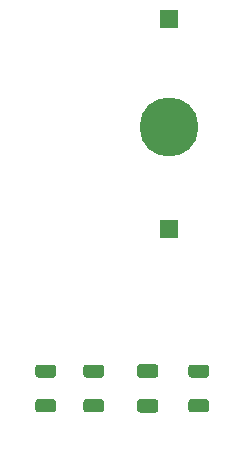
<source format=gbr>
%TF.GenerationSoftware,KiCad,Pcbnew,(5.1.10)-1*%
%TF.CreationDate,2021-10-20T12:04:40-04:00*%
%TF.ProjectId,mainboard,6d61696e-626f-4617-9264-2e6b69636164,rev?*%
%TF.SameCoordinates,Original*%
%TF.FileFunction,Paste,Bot*%
%TF.FilePolarity,Positive*%
%FSLAX46Y46*%
G04 Gerber Fmt 4.6, Leading zero omitted, Abs format (unit mm)*
G04 Created by KiCad (PCBNEW (5.1.10)-1) date 2021-10-20 12:04:40*
%MOMM*%
%LPD*%
G01*
G04 APERTURE LIST*
%ADD10R,1.524000X1.524000*%
%ADD11C,5.000000*%
G04 APERTURE END LIST*
D10*
%TO.C,U2*%
X121920000Y-72390000D03*
X121920000Y-54610000D03*
D11*
X121920000Y-63754000D03*
%TD*%
%TO.C,10K1*%
G36*
G01*
X125085003Y-87877000D02*
X123834997Y-87877000D01*
G75*
G02*
X123585000Y-87627003I0J249997D01*
G01*
X123585000Y-87001997D01*
G75*
G02*
X123834997Y-86752000I249997J0D01*
G01*
X125085003Y-86752000D01*
G75*
G02*
X125335000Y-87001997I0J-249997D01*
G01*
X125335000Y-87627003D01*
G75*
G02*
X125085003Y-87877000I-249997J0D01*
G01*
G37*
G36*
G01*
X125085003Y-84952000D02*
X123834997Y-84952000D01*
G75*
G02*
X123585000Y-84702003I0J249997D01*
G01*
X123585000Y-84076997D01*
G75*
G02*
X123834997Y-83827000I249997J0D01*
G01*
X125085003Y-83827000D01*
G75*
G02*
X125335000Y-84076997I0J-249997D01*
G01*
X125335000Y-84702003D01*
G75*
G02*
X125085003Y-84952000I-249997J0D01*
G01*
G37*
%TD*%
%TO.C,4.7k1*%
G36*
G01*
X116195003Y-87877000D02*
X114944997Y-87877000D01*
G75*
G02*
X114695000Y-87627003I0J249997D01*
G01*
X114695000Y-87001997D01*
G75*
G02*
X114944997Y-86752000I249997J0D01*
G01*
X116195003Y-86752000D01*
G75*
G02*
X116445000Y-87001997I0J-249997D01*
G01*
X116445000Y-87627003D01*
G75*
G02*
X116195003Y-87877000I-249997J0D01*
G01*
G37*
G36*
G01*
X116195003Y-84952000D02*
X114944997Y-84952000D01*
G75*
G02*
X114695000Y-84702003I0J249997D01*
G01*
X114695000Y-84076997D01*
G75*
G02*
X114944997Y-83827000I249997J0D01*
G01*
X116195003Y-83827000D01*
G75*
G02*
X116445000Y-84076997I0J-249997D01*
G01*
X116445000Y-84702003D01*
G75*
G02*
X116195003Y-84952000I-249997J0D01*
G01*
G37*
%TD*%
%TO.C,C1*%
G36*
G01*
X120792001Y-87902000D02*
X119491999Y-87902000D01*
G75*
G02*
X119242000Y-87652001I0J249999D01*
G01*
X119242000Y-87001999D01*
G75*
G02*
X119491999Y-86752000I249999J0D01*
G01*
X120792001Y-86752000D01*
G75*
G02*
X121042000Y-87001999I0J-249999D01*
G01*
X121042000Y-87652001D01*
G75*
G02*
X120792001Y-87902000I-249999J0D01*
G01*
G37*
G36*
G01*
X120792001Y-84952000D02*
X119491999Y-84952000D01*
G75*
G02*
X119242000Y-84702001I0J249999D01*
G01*
X119242000Y-84051999D01*
G75*
G02*
X119491999Y-83802000I249999J0D01*
G01*
X120792001Y-83802000D01*
G75*
G02*
X121042000Y-84051999I0J-249999D01*
G01*
X121042000Y-84702001D01*
G75*
G02*
X120792001Y-84952000I-249999J0D01*
G01*
G37*
%TD*%
%TO.C,R4*%
G36*
G01*
X112131003Y-84952000D02*
X110880997Y-84952000D01*
G75*
G02*
X110631000Y-84702003I0J249997D01*
G01*
X110631000Y-84076997D01*
G75*
G02*
X110880997Y-83827000I249997J0D01*
G01*
X112131003Y-83827000D01*
G75*
G02*
X112381000Y-84076997I0J-249997D01*
G01*
X112381000Y-84702003D01*
G75*
G02*
X112131003Y-84952000I-249997J0D01*
G01*
G37*
G36*
G01*
X112131003Y-87877000D02*
X110880997Y-87877000D01*
G75*
G02*
X110631000Y-87627003I0J249997D01*
G01*
X110631000Y-87001997D01*
G75*
G02*
X110880997Y-86752000I249997J0D01*
G01*
X112131003Y-86752000D01*
G75*
G02*
X112381000Y-87001997I0J-249997D01*
G01*
X112381000Y-87627003D01*
G75*
G02*
X112131003Y-87877000I-249997J0D01*
G01*
G37*
%TD*%
M02*

</source>
